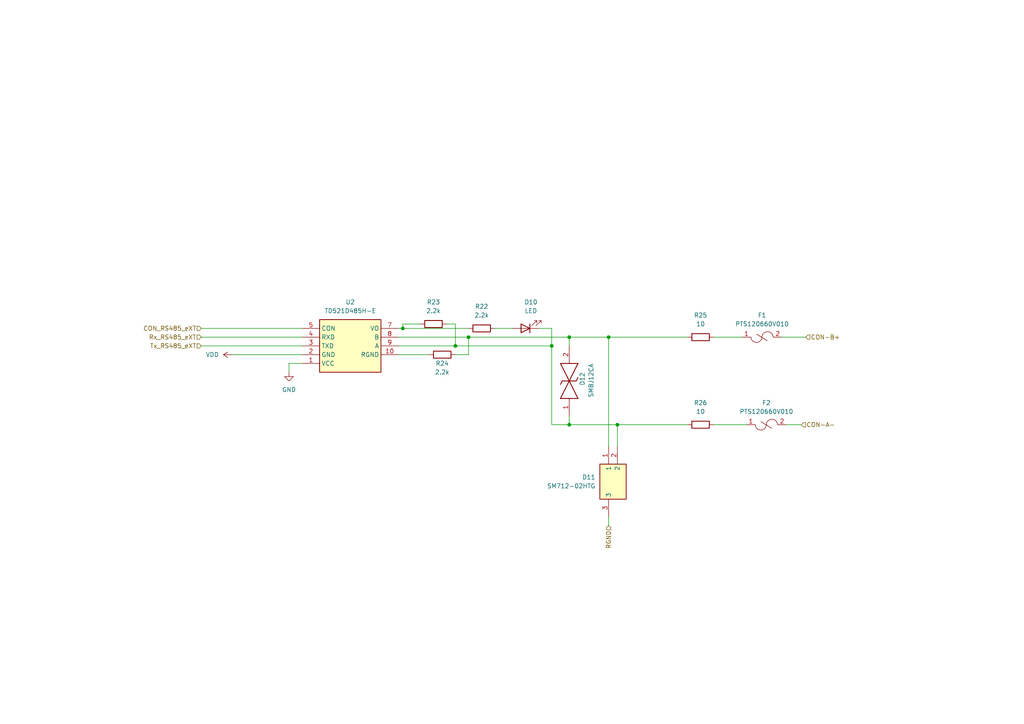
<source format=kicad_sch>
(kicad_sch (version 20230121) (generator eeschema)
  (paper "A4")
  (lib_symbols
    (symbol "Device:LED" (pin_numbers hide) (pin_names (offset 1.016) hide)
      (property "Reference" "D" (at 0 2.54 0))
      (property "Value" "LED" (at 0 -2.54 0))
      (symbol "LED_0_1"
        (polyline (pts (xy -1.27 -1.27) (xy -1.27 1.27)) (stroke (width 0.254)))
        (polyline (pts (xy -1.27 0) (xy 1.27 0)))
        (polyline (pts (xy 1.27 -1.27) (xy 1.27 1.27) (xy -1.27 0) (xy 1.27 -1.27)) (stroke (width 0.254)))
        (polyline (pts (xy -3.048 -0.762) (xy -4.572 -2.286) (xy -3.81 -2.286) (xy -4.572 -2.286) (xy -4.572 -1.524)))
        (polyline (pts (xy -1.778 -0.762) (xy -3.302 -2.286) (xy -2.54 -2.286) (xy -3.302 -2.286) (xy -3.302 -1.524)))
      )
      (symbol "LED_1_1"
        (pin passive line (at -3.81 0 0) (length 2.54) (name "K") (number "1"))
        (pin passive line (at 3.81 0 180) (length 2.54) (name "A") (number "2"))
      )
    )
    (symbol "Device:R" (pin_numbers hide) (pin_names (offset 0))
      (property "Reference" "R" (at 2.032 0 90))
      (property "Value" "R" (at 0 0 90))
      (symbol "R_0_1"
        (rectangle (start -1.016 -2.54) (end 1.016 2.54) (stroke (width 0.254)))
      )
      (symbol "R_1_1"
        (pin passive line (at 0 3.81 270) (length 1.27) (name "~") (number "1"))
        (pin passive line (at 0 -3.81 90) (length 1.27) (name "~") (number "2"))
      )
    )
    (symbol "SM712-02HTG:SM712-02HTG"
      (property "Reference" "D" (at 16.51 7.62 0))
      (property "Value" "SM712-02HTG" (at 16.51 5.08 0))
      (symbol "SM712-02HTG_1_1"
        (rectangle (start 5.08 2.54) (end 15.24 -5.08) (stroke (width 0.254)) (fill (type background)))
        (pin passive line (at 0 0 0) (length 5.08) (name "1") (number "1"))
        (pin passive line (at 0 -2.54 0) (length 5.08) (name "2") (number "2"))
        (pin passive line (at 20.32 0 180) (length 5.08) (name "3") (number "3"))
      )
    )
    (symbol "SMBJ12CA:SMBJ12CA" (pin_names hide)
      (property "Reference" "D" (at 12.7 8.89 0))
      (property "Value" "SMBJ12CA" (at 12.7 6.35 0))
      (symbol "SMBJ12CA_1_1"
        (polyline (pts (xy 5.08 2.54) (xy 5.08 -2.54)) (stroke (width 0.254)))
        (polyline (pts (xy 5.08 2.54) (xy 10.16 0)) (stroke (width 0.254)))
        (polyline (pts (xy 9.144 2.54) (xy 10.16 2.032)) (stroke (width 0.254)))
        (polyline (pts (xy 10.16 -2.032) (xy 10.16 2.032)) (stroke (width 0.254)))
        (polyline (pts (xy 10.16 -2.032) (xy 11.176 -2.54)) (stroke (width 0.254)))
        (polyline (pts (xy 10.16 0) (xy 5.08 -2.54)) (stroke (width 0.254)))
        (polyline (pts (xy 10.16 0) (xy 15.24 -2.54)) (stroke (width 0.254)))
        (polyline (pts (xy 15.24 2.54) (xy 10.16 0)) (stroke (width 0.254)))
        (polyline (pts (xy 15.24 2.54) (xy 15.24 -2.54)) (stroke (width 0.254)))
        (pin passive line (at 0 0 0) (length 5.08) (name "1") (number "1"))
        (pin passive line (at 20.32 0 180) (length 5.08) (name "2") (number "2"))
      )
    )
    (symbol "TD521D485:TD521D485"
      (property "Reference" "PS" (at 24.13 7.62 0))
      (property "Value" "TD521D485" (at 24.13 5.08 0))
      (symbol "TD521D485_1_1"
        (rectangle (start 5.08 2.54) (end 22.86 -12.7) (stroke (width 0.254)) (fill (type background)))
        (pin passive line (at 0 -10.16 0) (length 5.08) (name "VCC") (number "1"))
        (pin passive line (at 27.94 -7.62 180) (length 5.08) (name "RGND") (number "10"))
        (pin passive line (at 0 -7.62 0) (length 5.08) (name "GND") (number "2"))
        (pin passive line (at 0 -5.08 0) (length 5.08) (name "TXD") (number "3"))
        (pin passive line (at 0 -2.54 0) (length 5.08) (name "RXD") (number "4"))
        (pin passive line (at 0 0 0) (length 5.08) (name "CON") (number "5"))
        (pin passive line (at 27.94 0 180) (length 5.08) (name "VO") (number "7"))
        (pin passive line (at 27.94 -2.54 180) (length 5.08) (name "B") (number "8"))
        (pin passive line (at 27.94 -5.08 180) (length 5.08) (name "A") (number "9"))
      )
    )
    (symbol "nuevos simvolos:PTS120660V010"
      (property "Reference" "F" (at 0 -2.54 0))
      (property "Value" "PTS120660V010" (at 0 -4.064 0))
      (symbol "PTS120660V010_0_1"
        (arc (start -3.1877 0) (mid -1.5689 -1.5407) (end 0 0.0508))
        (polyline (pts (xy -1.524 0.8636) (xy 1.524 -1.016)))
        (arc (start 3.2766 0) (mid 1.6623 1.5705) (end 0 0.0508))
      )
      (symbol "PTS120660V010_1_1"
        (pin input line (at -5.7404 0 0) (length 2.54) (name "") (number "1"))
        (pin output line (at 5.842 0 180) (length 2.54) (name "") (number "2"))
      )
    )
    (symbol "power:GND" (power) (pin_names (offset 0))
      (property "Value" "GND" (at 0 -3.81 0))
      (symbol "GND_0_1"
        (polyline (pts (xy 0 0) (xy 0 -1.27) (xy 1.27 -1.27) (xy 0 -2.54) (xy -1.27 -1.27) (xy 0 -1.27)))
      )
      (symbol "GND_1_1"
        (pin power_in line (at 0 0 270) (length 0) hide (name "GND") (number "1"))
      )
    )
    (symbol "power:VDD" (power) (pin_names (offset 0))
      (property "Value" "VDD" (at 0 3.81 0))
      (symbol "VDD_0_1"
        (polyline (pts (xy -0.762 1.27) (xy 0 2.54)))
        (polyline (pts (xy 0 0) (xy 0 2.54)))
        (polyline (pts (xy 0 2.54) (xy 0.762 1.27)))
      )
      (symbol "VDD_1_1"
        (pin power_in line (at 0 0 90) (length 0) hide (name "VDD") (number "1"))
      )
    )
  )
  (junction (at 132.08 100.33))
  (junction (at 160.02 100.33))
  (junction (at 165.1 97.79))
  (junction (at 116.84 95.25))
  (junction (at 176.53 97.79))
  (junction (at 165.1 123.19))
  (junction (at 179.07 123.19))
  (junction (at 135.89 97.79))
  (wire (pts (xy 132.08 102.87) (xy 135.89 102.87)))
  (wire (pts (xy 160.02 100.33) (xy 132.08 100.33)))
  (wire (pts (xy 226.822 97.79) (xy 233.68 97.79)))
  (wire (pts (xy 215.2396 97.79) (xy 207.01 97.79)))
  (wire (pts (xy 228.092 123.19) (xy 232.41 123.19)))
  (wire (pts (xy 58.42 97.79) (xy 87.63 97.79)))
  (wire (pts (xy 143.51 95.25) (xy 148.59 95.25)))
  (wire (pts (xy 116.84 93.98) (xy 116.84 95.25)))
  (wire (pts (xy 132.08 93.98) (xy 132.08 100.33)))
  (wire (pts (xy 165.1 123.19) (xy 160.02 123.19)))
  (wire (pts (xy 160.02 95.25) (xy 160.02 100.33)))
  (wire (pts (xy 156.21 95.25) (xy 160.02 95.25)))
  (wire (pts (xy 115.57 97.79) (xy 135.89 97.79)))
  (wire (pts (xy 129.54 93.98) (xy 132.08 93.98)))
  (wire (pts (xy 83.82 105.41) (xy 83.82 107.95)))
  (wire (pts (xy 83.82 105.41) (xy 87.63 105.41)))
  (wire (pts (xy 176.53 97.79) (xy 176.53 129.54)))
  (wire (pts (xy 176.53 149.86) (xy 176.53 152.4)))
  (wire (pts (xy 165.1 123.19) (xy 179.07 123.19)))
  (wire (pts (xy 67.31 102.87) (xy 87.63 102.87)))
  (wire (pts (xy 115.57 95.25) (xy 116.84 95.25)))
  (wire (pts (xy 165.1 97.79) (xy 176.53 97.79)))
  (wire (pts (xy 58.42 95.25) (xy 87.63 95.25)))
  (wire (pts (xy 165.1 123.19) (xy 165.1 120.65)))
  (wire (pts (xy 179.07 123.19) (xy 199.39 123.19)))
  (wire (pts (xy 165.1 97.79) (xy 165.1 100.33)))
  (wire (pts (xy 132.08 100.33) (xy 115.57 100.33)))
  (wire (pts (xy 124.46 102.87) (xy 115.57 102.87)))
  (wire (pts (xy 135.89 102.87) (xy 135.89 97.79)))
  (wire (pts (xy 58.42 100.33) (xy 87.63 100.33)))
  (wire (pts (xy 135.89 97.79) (xy 165.1 97.79)))
  (wire (pts (xy 116.84 95.25) (xy 135.89 95.25)))
  (wire (pts (xy 121.92 93.98) (xy 116.84 93.98)))
  (wire (pts (xy 207.01 123.19) (xy 216.5096 123.19)))
  (wire (pts (xy 176.53 97.79) (xy 199.39 97.79)))
  (wire (pts (xy 160.02 123.19) (xy 160.02 100.33)))
  (wire (pts (xy 179.07 123.19) (xy 179.07 129.54)))
  (hierarchical_label "CON-B+" (shape input) (at 233.68 97.79 0))
  (hierarchical_label "CON-A-" (shape input) (at 232.41 123.19 0))
  (hierarchical_label "Tx_RS485_eXT" (shape input) (at 58.42 100.33 180))
  (hierarchical_label "CON_RS485_eXT" (shape input) (at 58.42 95.25 180))
  (hierarchical_label "Rx_RS485_eXT" (shape input) (at 58.42 97.79 180))
  (hierarchical_label "RGND" (shape input) (at 176.53 152.4 270))
  (symbol (lib_id "nuevos simvolos:PTS120660V010") (at 222.25 123.19 0) (unit 1)
    (property "Reference" "F2" (at 222.3008 116.84 0))
    (property "Value" "PTS120660V010" (at 222.3008 119.38 0))
    (property "Footprint" "PTS12066V050:FUSC3216X68N" (effects hide))
    (property "Datasheet" "https://www.mouser.com/datasheet/2/87/eaton_pts1206_6_60_volt_dc_surface_mount_resettabl-1608737.pdf" (effects hide))
  )
  (symbol (lib_id "Device:R") (at 203.2 97.79 90) (unit 1)
    (property "Reference" "R25" (at 203.2 91.44 90))
    (property "Value" "10" (at 203.2 93.98 90))
    (property "Footprint" "Resistor_SMD:R_0805_2012Metric" (effects hide))
  )
  (symbol (lib_id "TD521D485:TD521D485") (at 87.63 95.25 0) (unit 1)
    (property "Reference" "U2" (at 101.6 87.63 0))
    (property "Value" "TD521D485H-E" (at 101.6 90.17 0))
    (property "Footprint" "nuevo simbolo:TD521D485H-E" (effects hide))
    (property "Datasheet" "https://www.digchip.com/datasheets/parts/datasheet/2/1007/TD521D485H-E-pdf.php" (effects hide))
    (property "Height" "8.1" (effects hide))
    (property "Manufacturer_Name" "Mornsun Power" (effects hide))
    (property "Manufacturer_Part_Number" "TD521D485" (effects hide))
  )
  (symbol (lib_id "Device:R") (at 203.2 123.19 90) (unit 1)
    (property "Reference" "R26" (at 203.2 116.84 90))
    (property "Value" "10" (at 203.2 119.38 90))
    (property "Footprint" "Resistor_SMD:R_0805_2012Metric" (effects hide))
  )
  (symbol (lib_id "power:VDD") (at 67.31 102.87 90) (unit 1)
    (property "Reference" "#PWR032" (effects hide))
    (property "Value" "VDD" (at 63.5 102.87 90) (effects (justify left)))
  )
  (symbol (lib_id "SM712-02HTG:SM712-02HTG") (at 176.53 129.54 90) (mirror x) (unit 1)
    (property "Reference" "D11" (at 172.72 138.43 90) (effects (justify left)))
    (property "Value" "SM712-02HTG" (at 172.72 140.97 90) (effects (justify left)))
    (property "Footprint" "Package_TO_SOT_SMD:SOT-23" (effects hide))
    (property "Datasheet" "https://www.littelfuse.com/media?resourcetype=datasheets&itemid=a4019802-ff62-41ff-bf66-295f97422f81&filename=littelfuse-tvs-diode-array-sm712-datasheet" (effects hide))
    (property "Height" "1.12" (effects hide))
    (property "Manufacturer_Name" "LITTELFUSE" (effects hide))
    (property "Manufacturer_Part_Number" "SM712-02HTG" (effects hide))
    (property "Mouser Part Number" "576-SM712-02HTG" (effects hide))
    (property "Mouser Price/Stock" "https://www.mouser.co.uk/ProductDetail/Littelfuse/SM712-02HTG?qs=aGgfWYEhH7lQgBVBPCUDkw%3D%3D" (effects hide))
    (property "Arrow Part Number" "SM712-02HTG" (effects hide))
    (property "Arrow Price/Stock" "https://www.arrow.com/en/products/sm712-02htg/littelfuse?region=europe" (effects hide))
  )
  (symbol (lib_id "SMBJ12CA:SMBJ12CA") (at 165.1 120.65 90) (unit 1)
    (property "Reference" "D12" (at 168.91 107.95 0) (effects (justify right)))
    (property "Value" "SMBJ12CA" (at 171.45 105.41 0) (effects (justify right)))
    (property "Footprint" "nuevo simbolo:SMBJ12CA" (effects hide))
    (property "Datasheet" "https://datasheet.datasheetarchive.com/originals/distributors/Datasheets-DGA26/1840764.pdf" (effects hide))
    (property "Height" "2.44" (effects hide))
    (property "Mouser Part Number" "652-SMBJ12CA" (effects hide))
    (property "Mouser Price/Stock" "https://www.mouser.co.uk/ProductDetail/Bourns/SMBJ12CA?qs=d7fLapxX37HuPPjHuz97DA%3D%3D" (effects hide))
    (property "Manufacturer_Name" "Bourns" (effects hide))
    (property "Manufacturer_Part_Number" "SMBJ12CA" (effects hide))
  )
  (symbol (lib_id "Device:R") (at 128.27 102.87 90) (unit 1)
    (property "Reference" "R24" (at 128.27 105.41 90))
    (property "Value" "2.2k" (at 128.27 107.95 90))
    (property "Footprint" "Resistor_SMD:R_0805_2012Metric" (effects hide))
  )
  (symbol (lib_id "power:GND") (at 83.82 107.95 0) (unit 1)
    (property "Reference" "#PWR033" (effects hide))
    (property "Value" "GND" (at 83.82 113.03 0))
  )
  (symbol (lib_id "Device:R") (at 139.7 95.25 90) (unit 1)
    (property "Reference" "R22" (at 139.7 88.9 90))
    (property "Value" "2.2k" (at 139.7 91.44 90))
    (property "Footprint" "Resistor_SMD:R_0805_2012Metric" (effects hide))
  )
  (symbol (lib_id "Device:LED") (at 152.4 95.25 180) (unit 1)
    (property "Reference" "D10" (at 153.9875 87.63 0))
    (property "Value" "LED" (at 153.9875 90.17 0))
    (property "Footprint" "LED_SMD:LED_0805_2012Metric" (effects hide))
  )
  (symbol (lib_id "Device:R") (at 125.73 93.98 90) (unit 1)
    (property "Reference" "R23" (at 125.73 87.63 90))
    (property "Value" "2.2k" (at 125.73 90.17 90))
    (property "Footprint" "Resistor_SMD:R_0805_2012Metric" (effects hide))
  )
  (symbol (lib_id "nuevos simvolos:PTS120660V010") (at 220.98 97.79 0) (unit 1)
    (property "Reference" "F1" (at 221.0308 91.44 0))
    (property "Value" "PTS120660V010" (at 221.0308 93.98 0))
    (property "Footprint" "PTS12066V050:FUSC3216X68N" (effects hide))
    (property "Datasheet" "https://www.mouser.com/datasheet/2/87/eaton_pts1206_6_60_volt_dc_surface_mount_resettabl-1608737.pdf" (effects hide))
  )
)
</source>
